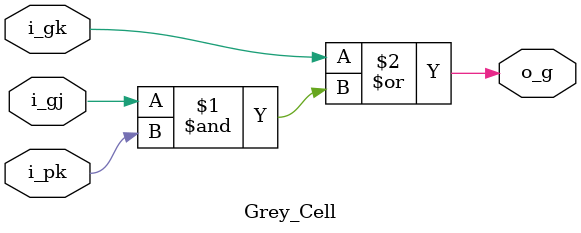
<source format=v>
module Kogge_Stone_Adder
(
    input  wire               carry_in,
    input  wire [31 : 0] input_A,
    input  wire [31 : 0] input_B,
    output wire [31 : 0] sum,
    output wire               carry_out
);

    wire [31 : 0] p1;
    wire [31 : 0] g1;
    wire          c1;

    wire [30 : 0] p2;
    wire [31 : 0] g2;
    wire          c2;
    wire [31 : 0] ps1;

    wire [28 : 0] p3;
    wire [31 : 0] g3;
    wire          c3;
    wire [31 : 0] ps2;

    wire [24 : 0] p4;
    wire [31 : 0] g4;
    wire          c4;
    wire [31 : 0] ps3;

    wire [16 : 0] p5;
    wire [31 : 0] g5;
    wire          c5;
    wire [31 : 0] ps4;

    wire [31 : 0] p6;
    wire [31 : 0] g6;
    wire          c6;

    kogge_stone_cell_1 s1(carry_in, input_A, input_B, p1, g1, c1);
    kogge_stone_cell_2 s2(c1, p1, g1, c2,  p2, g2, ps1);
    kogge_stone_cell_3 s3(c2, p2, g2, ps1, c3, p3, g3, ps2);
    kogge_stone_cell_4 s4(c3, p3, g3, ps2, c4, p4, g4, ps3);
    kogge_stone_cell_5 s5(c4, p4, g4, ps3, c5, p5, g5, ps4);
    kogge_stone_cell_6 s6(c5, p5, g5, ps4, c6, p6, g6);
    kogge_stone_cell_7 s7(c6, p6, g6, sum, carry_out);

endmodule

module kogge_stone_cell_7
(
    input  wire          i_c0,
    input  wire [31 : 0] i_pk,
    input  wire [31 : 0] i_gk,
    output wire [31 : 0] o_s,
    output wire          o_carry
);

    assign o_carry     = i_gk[31];
    assign o_s[0]      = i_c0 ^ i_pk[0];
    assign o_s[31 : 1] = i_gk[30 : 0] ^ i_pk[31 : 1];

endmodule

module kogge_stone_cell_6
(
    input  wire        i_c0,
    input  wire [16 : 0] i_pk,
    input  wire [31 : 0] i_gk,
    input  wire [31 : 0] i_p_save,
    output wire        o_c0,
    output wire [31 : 0] o_pk,
    output wire [31 : 0] o_gk
);

    wire [16 : 0] gkj;

    assign o_c0         = i_c0;
    assign o_pk         = i_p_save[31 : 0];
    assign gkj[0]       = i_c0;
    assign gkj[16 : 1]  = i_gk[15 : 0];
    assign o_gk[15 : 0] = i_gk[15 : 0];

    genvar i;
    generate
    for (i = 1; i <= 16; i = i + 1) begin
        Grey_Cell gc 
        (
            .i_gj(gkj[i]),
            .i_pk(i_pk[i]),
            .i_gk(i_gk[i+15]),
            .o_g(o_gk[i+15])
        );
    end
    endgenerate

endmodule

module kogge_stone_cell_5
(
    input  wire          i_c0,
    input  wire [24 : 0] i_pk,
    input  wire [31 : 0] i_gk,
    input  wire [31 : 0] i_p_save,
    output wire          o_c0,
    output wire [16 : 0] o_pk,
    output wire [31 : 0] o_gk,
    output wire [31 : 0] o_p_save
);

    wire [24 : 0] gkj;
    wire [16 : 0] pkj;

    assign o_c0        = i_c0;
    assign o_p_save    = i_p_save[31 : 0];
    assign gkj[0]      = i_c0;
    assign gkj[24 : 1] = i_gk[23 : 0];
    assign pkj         = i_pk[16 : 0];
    assign o_gk[6 : 0] = i_gk[6  : 0];

    genvar i;
    generate
    for (i = 0; i < 8; i = i + 1) begin
        Grey_Cell gc 
        (
            .i_gj(gkj[i]),
            .i_pk(i_pk[i]),
            .i_gk(i_gk[i+7]),
            .o_g(o_gk[i+7])
        );
    end
    endgenerate

    genvar j;
    generate
    for (j = 0; j < 17; j = j + 1) begin
        Black_Cell bc 
        (
            .i_pj(pkj[j]),
            .i_gj(gkj[j+8]),
            .i_pk(i_pk[j+8]),
            .i_gk(i_gk[j+15]),
            .o_g(o_gk[j+15]),
            .o_p(o_pk[j])
        );
    end
    endgenerate

endmodule

module kogge_stone_cell_4
(
    input  wire          i_c0,
    input  wire [28 : 0] i_pk,
    input  wire [31 : 0] i_gk,
    input  wire [31 : 0] i_p_save,
    output wire          o_c0,
    output wire [24 : 0] o_pk,
    output wire [31 : 0] o_gk,
    output wire [31 : 0] o_p_save
);

    wire [28 : 0] gkj;
    wire [24 : 0] pkj;

    assign o_c0        = i_c0;
    assign o_p_save    = i_p_save[31 : 0];
    assign gkj[0]      = i_c0;
    assign gkj[28 : 1] = i_gk[27 : 0];
    assign pkj         = i_pk[24 : 0];
    assign o_gk[2 : 0] = i_gk[2  : 0];

    genvar i;
    generate
    for (i = 0; i < 4; i = i + 1) begin
        Grey_Cell gc 
        (
            .i_gj(gkj[i]),
            .i_pk(i_pk[i]),
            .i_gk(i_gk[i+3]),
            .o_g(o_gk[i+3])
        );
    end
    endgenerate

    genvar j;
    generate
    for (j = 0; j < 25; j = j + 1) begin
        Black_Cell bc 
        (
            .i_pj(pkj[j]),
            .i_gj(gkj[j+4]),
            .i_pk(i_pk[j+4]),
            .i_gk(i_gk[j+7]),
            .o_g(o_gk[j+7]),
            .o_p(o_pk[j])
        );
    end
    endgenerate

endmodule

module kogge_stone_cell_3
(
    input  wire          i_c0,
    input  wire [30 : 0] i_pk,
    input  wire [31 : 0] i_gk,
    input  wire [31 : 0] i_p_save,
    output wire          o_c0,
    output wire [28 : 0] o_pk,
    output wire [31 : 0] o_gk,
    output wire [31 : 0] o_p_save
);

    wire [30 : 0] gkj;
    wire [28 : 0] pkj;

    assign o_c0        = i_c0;
    assign o_p_save    = i_p_save[31 : 0];
    assign gkj[0]      = i_c0;
    assign gkj[30 : 1] = i_gk[29 : 0];
    assign pkj         = i_pk[28 : 0];
    assign o_gk[0]     = i_gk[0];

    Grey_Cell  gc_0(gkj[0], i_pk[0], i_gk[1], o_gk[1]);
    Grey_Cell  gc_1(gkj[1], i_pk[1], i_gk[2], o_gk[2]);

    genvar i;
    generate
    for (i = 0; i < 29; i = i + 1) begin : blk_cells
        Black_Cell bc 
        (
            .i_pj(pkj[i]),
            .i_gj(gkj[i+2]),
            .i_pk(i_pk[i+2]),
            .i_gk(i_gk[i+3]),
            .o_g (o_gk[i+3]),
            .o_p (o_pk[i])
        );
    end
    endgenerate

endmodule

module kogge_stone_cell_2
(
    input  wire          i_c0,
    input  wire [31 : 0] i_pk,
    input  wire [31 : 0] i_gk,
    output wire          o_c0,
    output wire [30 : 0] o_pk,
    output wire [31 : 0] o_gk,
    output wire [31 : 0] o_p_save
);

    wire [31 : 0] gkj;
    wire [30 : 0] pkj;

    assign o_c0         = i_c0;
    assign o_p_save     = i_pk [31 : 0] ;
    assign gkj [0]      = i_c0;
    assign gkj [31 : 1] = i_gk [30 : 0] ;
    assign pkj          = i_pk [30 : 0] ;

    Grey_Cell gc_0(gkj[0], i_pk[0], i_gk[0], o_gk[0]);
    genvar i;
    generate
    for (i = 0; i < 31 ; i = i + 1) 
    begin
        Black_Cell bc 
        (
            .i_pj(pkj[i]),
            .i_gj(gkj[i + 1]),
            .i_pk(i_pk[i + 1]),
            .i_gk(i_gk[i + 1]),
            .o_g(o_gk[i + 1]),
            .o_p(o_pk[i])
        );
    end
    endgenerate

endmodule

module kogge_stone_cell_1
(
    input                i_c0,
    input  wire [31 : 0] i_a,
    input  wire [31 : 0] i_b,
    output wire [31 : 0] o_pk_1,
    output wire [31 : 0] o_gk_1,
    output o_c0_1
);

    assign o_c0_1 = i_c0;

    genvar i;
    generate
    for (i = 0; i < 32; i = i + 1) 
    begin
        PG pg 
        (
            .i_a(i_a[i]),
            .i_b(i_b[i]),
            .o_p(o_pk_1[i]),
            .o_g(o_gk_1[i])
        );
    end
    endgenerate

endmodule

module PG
(
    input  wire i_a,
    input  wire i_b,
    output wire o_p,
    output wire o_g
);
    assign o_p = i_a ^ i_b;
    assign o_g = i_a & i_b;
endmodule

module Black_Cell
(
    input  wire i_pj,
    input  wire i_gj,
    input  wire i_pk,
    input  wire i_gk,
    output wire o_g,
    output wire o_p
);
    assign o_g = i_gk | (i_gj & i_pk);
    assign o_p = i_pk & i_pj;
endmodule



module Grey_Cell
(
    input  wire i_gj,
    input  wire i_pk,
    input  wire i_gk,
    output wire o_g
);
    assign o_g = i_gk | (i_gj & i_pk);
endmodule
</source>
